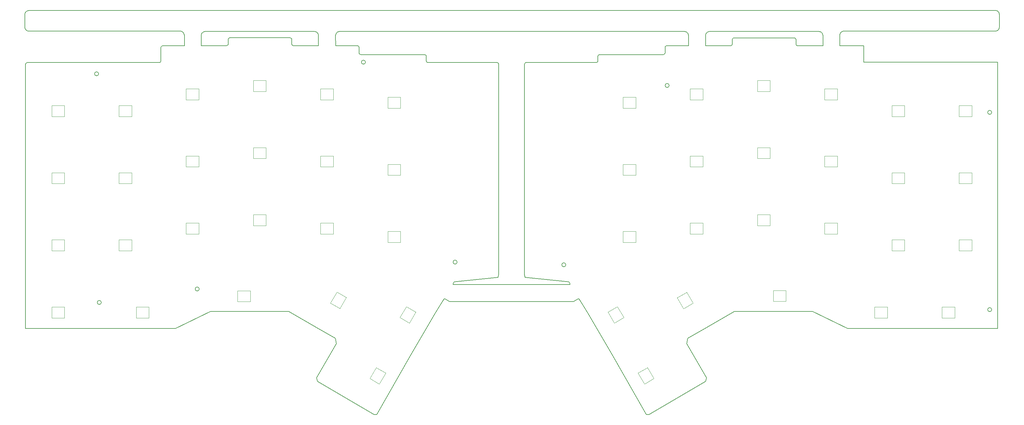
<source format=gbr>
%TF.GenerationSoftware,KiCad,Pcbnew,(5.1.6-0-10_14)*%
%TF.CreationDate,2020-09-29T12:55:32+02:00*%
%TF.ProjectId,corne-cherry,636f726e-652d-4636-9865-7272792e6b69,3.0*%
%TF.SameCoordinates,Original*%
%TF.FileFunction,Profile,NP*%
%FSLAX46Y46*%
G04 Gerber Fmt 4.6, Leading zero omitted, Abs format (unit mm)*
G04 Created by KiCad (PCBNEW (5.1.6-0-10_14)) date 2020-09-29 12:55:32*
%MOMM*%
%LPD*%
G01*
G04 APERTURE LIST*
%TA.AperFunction,Profile*%
%ADD10C,0.200000*%
%TD*%
%TA.AperFunction,Profile*%
%ADD11C,0.120000*%
%TD*%
G04 APERTURE END LIST*
D10*
X284040000Y-40894000D02*
G75*
G03*
X284040000Y-40894000I-576000J0D01*
G01*
X284040000Y-96774000D02*
G75*
G03*
X284040000Y-96774000I-576000J0D01*
G01*
X163644000Y-84074000D02*
G75*
G03*
X163644000Y-84074000I-576000J0D01*
G01*
X192854000Y-33274000D02*
G75*
G03*
X192854000Y-33274000I-576000J0D01*
G01*
X107002000Y-26670000D02*
G75*
G03*
X107002000Y-26670000I-576000J0D01*
G01*
X132910000Y-83312000D02*
G75*
G03*
X132910000Y-83312000I-576000J0D01*
G01*
X60012000Y-90932000D02*
G75*
G03*
X60012000Y-90932000I-576000J0D01*
G01*
X32326000Y-94742000D02*
G75*
G03*
X32326000Y-94742000I-576000J0D01*
G01*
X31564000Y-29972000D02*
G75*
G03*
X31564000Y-29972000I-576000J0D01*
G01*
X119634000Y-109982000D02*
X126746000Y-97790000D01*
X130810000Y-94488000D02*
X165862000Y-94488000D01*
X11436499Y-26770301D02*
X11428621Y-26778427D01*
X10928499Y-27278549D02*
X10922000Y-27432000D01*
X10928499Y-27278301D02*
X10928499Y-27278549D01*
X11428621Y-26778427D02*
X11211837Y-26827678D01*
X11211837Y-26827678D02*
X11042752Y-26960284D01*
X11042752Y-26960284D02*
X10944271Y-27153347D01*
X10944271Y-27153347D02*
X10928499Y-27278301D01*
X10922000Y-27432000D02*
X10922000Y-102108000D01*
X129286000Y-93726000D02*
X129540000Y-93726000D01*
X167386000Y-93726000D02*
X167132000Y-93726000D01*
X167132000Y-93726000D02*
X165862000Y-94488000D01*
X129540000Y-93726000D02*
X130810000Y-94488000D01*
X131826000Y-89662000D02*
X164846000Y-89662000D01*
X128778000Y-94488000D02*
X129286000Y-93726000D01*
X132080000Y-88900000D02*
X131826000Y-89408000D01*
X131826000Y-89408000D02*
X131826000Y-89662000D01*
X126746000Y-97790000D02*
X128778000Y-94488000D01*
X164846000Y-89408000D02*
X164846000Y-89662000D01*
X164592000Y-88900000D02*
X164846000Y-89408000D01*
X167894000Y-94488000D02*
X167386000Y-93726000D01*
X144629784Y-86742945D02*
X144526000Y-87630000D01*
X151955216Y-86750945D02*
X152146000Y-87630000D01*
X93218000Y-101854000D02*
X98552000Y-104902000D01*
X109474000Y-126492000D02*
X110236000Y-126492000D01*
X81788000Y-97282000D02*
X85344000Y-97282000D01*
X34544000Y-102108000D02*
X53086000Y-102108000D01*
X53340000Y-102108000D02*
X63246000Y-97282000D01*
X10922000Y-102108000D02*
X27432000Y-102108000D01*
X132080000Y-88900000D02*
X144526000Y-87630000D01*
X93218000Y-116078000D02*
X93472000Y-117094000D01*
X27432000Y-102108000D02*
X34544000Y-102108000D01*
X98806000Y-106426000D02*
X93218000Y-116078000D01*
X81026000Y-97282000D02*
X81788000Y-97282000D01*
X53086000Y-102108000D02*
X53340000Y-102108000D01*
X85344000Y-97282000D02*
X93218000Y-101854000D01*
X110236000Y-126492000D02*
X119634000Y-109982000D01*
X93472000Y-117094000D02*
X109474000Y-126492000D01*
X98552000Y-104902000D02*
X98806000Y-106426000D01*
X63246000Y-97282000D02*
X81026000Y-97282000D01*
X164592000Y-88900000D02*
X152146000Y-87630000D01*
X169926000Y-97790000D02*
X167894000Y-94488000D01*
X177038000Y-109982000D02*
X169926000Y-97790000D01*
X186436000Y-126492000D02*
X177038000Y-109982000D01*
X187198000Y-126492000D02*
X186436000Y-126492000D01*
X203200000Y-117094000D02*
X187198000Y-126492000D01*
X203454000Y-116078000D02*
X203200000Y-117094000D01*
X197866000Y-106426000D02*
X203454000Y-116078000D01*
X198120000Y-104902000D02*
X197866000Y-106426000D01*
X203454000Y-101854000D02*
X198120000Y-104902000D01*
X211328000Y-97282000D02*
X203454000Y-101854000D01*
X214884000Y-97282000D02*
X211328000Y-97282000D01*
X215646000Y-97282000D02*
X214884000Y-97282000D01*
X233426000Y-97282000D02*
X215646000Y-97282000D01*
X243332000Y-102108000D02*
X233426000Y-97282000D01*
X243586000Y-102108000D02*
X243332000Y-102108000D01*
X262128000Y-102108000D02*
X243586000Y-102108000D01*
X269240000Y-102108000D02*
X262128000Y-102108000D01*
X285750000Y-102108000D02*
X269240000Y-102108000D01*
X247904000Y-22028252D02*
X241077500Y-22028252D01*
X247904000Y-22098000D02*
X247904000Y-22028252D01*
X247904000Y-26670000D02*
X247904000Y-22098000D01*
X285750000Y-26924000D02*
X285750000Y-26670000D01*
X285750000Y-27432000D02*
X285750000Y-26924000D01*
X105188823Y-24017707D02*
X105188823Y-22519109D01*
X123690165Y-24518087D02*
X105689203Y-24518087D01*
X144629784Y-27268904D02*
X144580458Y-27052210D01*
X144580458Y-27052210D02*
X144447840Y-26883212D01*
X144447840Y-26883212D02*
X144254815Y-26784791D01*
X144254815Y-26784791D02*
X144129901Y-26769031D01*
X144629784Y-27268904D02*
X144629784Y-86742945D01*
X48689119Y-26768525D02*
X11436499Y-26770301D01*
X85689263Y-19768292D02*
X68689060Y-19768292D01*
X86189642Y-21518350D02*
X86189642Y-20268671D01*
X104688444Y-22018729D02*
X98567500Y-22018729D01*
X124188005Y-25018466D02*
X124190287Y-26270179D01*
X124190287Y-25020242D02*
X124141034Y-24803463D01*
X124141034Y-24803463D02*
X124008434Y-24634379D01*
X124008434Y-24634379D02*
X123815376Y-24535895D01*
X123815376Y-24535895D02*
X123690423Y-24520121D01*
X49189499Y-22519109D02*
X49189499Y-26268145D01*
X67688301Y-22018729D02*
X60577500Y-22018729D01*
X68190456Y-20270194D02*
X68188680Y-21518350D01*
X144129901Y-26769031D02*
X124690408Y-26770301D01*
X48690389Y-26770301D02*
X48907172Y-26721049D01*
X48907172Y-26721049D02*
X49076257Y-26588443D01*
X49076257Y-26588443D02*
X49174738Y-26395380D01*
X49174738Y-26395380D02*
X49190511Y-26270427D01*
X49190511Y-26270427D02*
X49190511Y-26270179D01*
X49690384Y-22020252D02*
X49473691Y-22069580D01*
X49473691Y-22069580D02*
X49304694Y-22202193D01*
X49304694Y-22202193D02*
X49206272Y-22395212D01*
X49206272Y-22395212D02*
X49190511Y-22520126D01*
X67690335Y-22020252D02*
X67907118Y-21971001D01*
X67907118Y-21971001D02*
X68076203Y-21838395D01*
X68076203Y-21838395D02*
X68174683Y-21645331D01*
X68174683Y-21645331D02*
X68190456Y-21520379D01*
X68190456Y-21520379D02*
X68190456Y-21520126D01*
X68690330Y-19770068D02*
X68473570Y-19819427D01*
X68473570Y-19819427D02*
X68304550Y-19952116D01*
X68304550Y-19952116D02*
X68206165Y-20145228D01*
X68206165Y-20145228D02*
X68190456Y-20270189D01*
X68190456Y-20270189D02*
X68190456Y-20270194D01*
X86190406Y-20270194D02*
X86141156Y-20053411D01*
X86141156Y-20053411D02*
X86008551Y-19884324D01*
X86008551Y-19884324D02*
X85815487Y-19785840D01*
X85815487Y-19785840D02*
X85690533Y-19770068D01*
X86190406Y-21520126D02*
X86239656Y-21736908D01*
X86239656Y-21736908D02*
X86372261Y-21905995D01*
X86372261Y-21905995D02*
X86565325Y-22004479D01*
X86565325Y-22004479D02*
X86690280Y-22020252D01*
X86690280Y-22020252D02*
X86690528Y-22020252D01*
X105190351Y-22520126D02*
X105141023Y-22303433D01*
X105141023Y-22303433D02*
X105008410Y-22134436D01*
X105008410Y-22134436D02*
X104815391Y-22036014D01*
X104815391Y-22036014D02*
X104690478Y-22020252D01*
X105190351Y-24020247D02*
X105239710Y-24237004D01*
X105239710Y-24237004D02*
X105372398Y-24406024D01*
X105372398Y-24406024D02*
X105565510Y-24504410D01*
X105565510Y-24504410D02*
X105690473Y-24520121D01*
X124190287Y-26270179D02*
X124239543Y-26486960D01*
X124239543Y-26486960D02*
X124372150Y-26656046D01*
X124372150Y-26656046D02*
X124565215Y-26754528D01*
X124565215Y-26754528D02*
X124690170Y-26770301D01*
X124690170Y-26770301D02*
X124690408Y-26770301D01*
X86690528Y-22020252D02*
X93727500Y-22020252D01*
X49690384Y-22020252D02*
X55817500Y-22020252D01*
X210204472Y-22028252D02*
X203167500Y-22028252D01*
X172204830Y-26778301D02*
X172204592Y-26778301D01*
X172704713Y-26278179D02*
X172655456Y-26494960D01*
X172655456Y-26494960D02*
X172522849Y-26664046D01*
X172522849Y-26664046D02*
X172329784Y-26762528D01*
X172329784Y-26762528D02*
X172204830Y-26778301D01*
X191704649Y-24028247D02*
X191655289Y-24245004D01*
X191655289Y-24245004D02*
X191522601Y-24414024D01*
X191522601Y-24414024D02*
X191329489Y-24512410D01*
X191329489Y-24512410D02*
X191204527Y-24528121D01*
X191704649Y-22528126D02*
X191753976Y-22311433D01*
X191753976Y-22311433D02*
X191886589Y-22142436D01*
X191886589Y-22142436D02*
X192079608Y-22044014D01*
X192079608Y-22044014D02*
X192204522Y-22028252D01*
X210204720Y-22028252D02*
X210204472Y-22028252D01*
X210704594Y-21528126D02*
X210655343Y-21744908D01*
X210655343Y-21744908D02*
X210522738Y-21913995D01*
X210522738Y-21913995D02*
X210329674Y-22012479D01*
X210329674Y-22012479D02*
X210204720Y-22028252D01*
X210704594Y-20278194D02*
X210753843Y-20061411D01*
X210753843Y-20061411D02*
X210886448Y-19892324D01*
X210886448Y-19892324D02*
X211079512Y-19793840D01*
X211079512Y-19793840D02*
X211204467Y-19778068D01*
X228704544Y-20278189D02*
X228704544Y-20278194D01*
X228204670Y-19778068D02*
X228421429Y-19827427D01*
X228421429Y-19827427D02*
X228590449Y-19960116D01*
X228590449Y-19960116D02*
X228688834Y-20153228D01*
X228688834Y-20153228D02*
X228704544Y-20278189D01*
X228704544Y-21528379D02*
X228704544Y-21528126D01*
X229204665Y-22028252D02*
X228987881Y-21979001D01*
X228987881Y-21979001D02*
X228818796Y-21846395D01*
X228818796Y-21846395D02*
X228720316Y-21653331D01*
X228720316Y-21653331D02*
X228704544Y-21528379D01*
X152455595Y-26776525D02*
X172204592Y-26778301D01*
X228706320Y-20276671D02*
X228706320Y-21526350D01*
X229206699Y-22026729D02*
X236317500Y-22026729D01*
X172704713Y-25028242D02*
X172753965Y-24811463D01*
X172753965Y-24811463D02*
X172886565Y-24642379D01*
X172886565Y-24642379D02*
X173079623Y-24543895D01*
X173079623Y-24543895D02*
X173204577Y-24528121D01*
X172706995Y-25026466D02*
X172704713Y-26278179D01*
X192206556Y-22026729D02*
X198327500Y-22026729D01*
X210705358Y-21526350D02*
X210705358Y-20276671D01*
X211205737Y-19776292D02*
X228205940Y-19776292D01*
X247904000Y-26670000D02*
X285750000Y-26671776D01*
X285750000Y-27432000D02*
X285751776Y-102108000D01*
X151955216Y-27276904D02*
X151955216Y-86750945D01*
X151954700Y-27278174D02*
X152004025Y-27061480D01*
X152004025Y-27061480D02*
X152136643Y-26892482D01*
X152136643Y-26892482D02*
X152329668Y-26794061D01*
X152329668Y-26794061D02*
X152454583Y-26778301D01*
X173204835Y-24526087D02*
X191205797Y-24526087D01*
X191706177Y-24025707D02*
X191706177Y-22527109D01*
X197983500Y-18306600D02*
X197811500Y-18166300D01*
X197811500Y-18166300D02*
X197615500Y-18062100D01*
X60562500Y-19125000D02*
X60577500Y-22018729D01*
X60584400Y-18901600D02*
X60562500Y-19125000D01*
X60648600Y-18689100D02*
X60584400Y-18901600D01*
X60752800Y-18493200D02*
X60648600Y-18689100D01*
X60893000Y-18321200D02*
X60752800Y-18493200D01*
X61064100Y-18179700D02*
X60893000Y-18321200D01*
X61259300Y-18074100D02*
X61064100Y-18179700D01*
X61471300Y-18008500D02*
X61259300Y-18074100D01*
X61694400Y-17985000D02*
X61471300Y-18008500D01*
X61700200Y-17985000D02*
X61694400Y-17985000D01*
X92572600Y-17985000D02*
X61700200Y-17985000D01*
X92795900Y-18006900D02*
X92572600Y-17985000D01*
X93008400Y-18071100D02*
X92795900Y-18006900D01*
X93204300Y-18175300D02*
X93008400Y-18071100D01*
X93376300Y-18315600D02*
X93204300Y-18175300D01*
X93517800Y-18486600D02*
X93376300Y-18315600D01*
X93623400Y-18681800D02*
X93517800Y-18486600D01*
X93689000Y-18893800D02*
X93623400Y-18681800D01*
X93712500Y-19116900D02*
X93689000Y-18893800D01*
X93712500Y-19122700D02*
X93712500Y-19116900D01*
X93727500Y-22020252D02*
X93712500Y-19122700D01*
X203170500Y-19116000D02*
X203167500Y-22028252D01*
X203191500Y-18892600D02*
X203170500Y-19116000D01*
X203256500Y-18680100D02*
X203191500Y-18892600D01*
X203360500Y-18484200D02*
X203256500Y-18680100D01*
X203500500Y-18312200D02*
X203360500Y-18484200D01*
X203671500Y-18170700D02*
X203500500Y-18312200D01*
X203866500Y-18065100D02*
X203671500Y-18170700D01*
X204078500Y-17999500D02*
X203866500Y-18065100D01*
X204301500Y-17976000D02*
X204078500Y-17999500D01*
X204307500Y-17976000D02*
X204301500Y-17976000D01*
X235180500Y-17976000D02*
X204307500Y-17976000D01*
X235403500Y-17997900D02*
X235180500Y-17976000D01*
X235615500Y-18062100D02*
X235403500Y-17997900D01*
X235811500Y-18166300D02*
X235615500Y-18062100D01*
X235983500Y-18306600D02*
X235811500Y-18166300D01*
X236125500Y-18477600D02*
X235983500Y-18306600D01*
X236230500Y-18672800D02*
X236125500Y-18477600D01*
X236296500Y-18884800D02*
X236230500Y-18672800D01*
X236319500Y-19107900D02*
X236296500Y-18884800D01*
X236319500Y-19113700D02*
X236319500Y-19107900D01*
X236317500Y-22026729D02*
X236319500Y-19113700D01*
X98562500Y-19125000D02*
X98567500Y-22018729D01*
X98584500Y-18901600D02*
X98562500Y-19125000D01*
X98648500Y-18689100D02*
X98584500Y-18901600D01*
X98752500Y-18493200D02*
X98648500Y-18689100D01*
X98893500Y-18321200D02*
X98752500Y-18493200D01*
X99064500Y-18179700D02*
X98893500Y-18321200D01*
X99259500Y-18074100D02*
X99064500Y-18179700D01*
X99471500Y-18008500D02*
X99259500Y-18074100D01*
X99694500Y-17985000D02*
X99471500Y-18008500D01*
X99700500Y-17985000D02*
X99694500Y-17985000D01*
X197180500Y-17976000D02*
X99700500Y-17985000D01*
X197403500Y-17997900D02*
X197180500Y-17976000D01*
X197615500Y-18062100D02*
X197403500Y-17997900D01*
X198125500Y-18477600D02*
X197983500Y-18306600D01*
X198230500Y-18672800D02*
X198125500Y-18477600D01*
X198296500Y-18884800D02*
X198230500Y-18672800D01*
X198319500Y-19107900D02*
X198296500Y-18884800D01*
X198319500Y-19113700D02*
X198319500Y-19107900D01*
X198327500Y-22026729D02*
X198319500Y-19113700D01*
X55812500Y-19120100D02*
X55817500Y-22020252D01*
X55812500Y-19120000D02*
X55812500Y-19120100D01*
X55812500Y-19114100D02*
X55812500Y-19120000D01*
X55812200Y-19111900D02*
X55812500Y-19114100D01*
X55812300Y-19109700D02*
X55812200Y-19111900D01*
X55812200Y-19109000D02*
X55812300Y-19109700D01*
X55788000Y-18878500D02*
X55812200Y-19109000D01*
X55787100Y-18874100D02*
X55788000Y-18878500D01*
X55786200Y-18869600D02*
X55787100Y-18874100D01*
X55786000Y-18869000D02*
X55786200Y-18869600D01*
X55717500Y-18647600D02*
X55786000Y-18869000D01*
X55715700Y-18643400D02*
X55717500Y-18647600D01*
X55714000Y-18639200D02*
X55715700Y-18643400D01*
X55713700Y-18638600D02*
X55714000Y-18639200D01*
X55713700Y-18638600D02*
X55713700Y-18638600D01*
X55713700Y-18638600D02*
X55713700Y-18638600D01*
X55603500Y-18434700D02*
X55713700Y-18638600D01*
X55600900Y-18430900D02*
X55603500Y-18434700D01*
X55598400Y-18427100D02*
X55600900Y-18430900D01*
X55598000Y-18426600D02*
X55598400Y-18427100D01*
X55450300Y-18248000D02*
X55598000Y-18426600D01*
X55447000Y-18244800D02*
X55450300Y-18248000D01*
X55443900Y-18241600D02*
X55447000Y-18244800D01*
X55443400Y-18241200D02*
X55443900Y-18241600D01*
X55263800Y-18094700D02*
X55443400Y-18241200D01*
X55260000Y-18092200D02*
X55263800Y-18094700D01*
X55256200Y-18089600D02*
X55260000Y-18092200D01*
X55255600Y-18089300D02*
X55256200Y-18089600D01*
X55255600Y-18089300D02*
X55255600Y-18089300D01*
X55255600Y-18089300D02*
X55255600Y-18089300D01*
X55051000Y-17980500D02*
X55255600Y-18089300D01*
X55046800Y-17978700D02*
X55051000Y-17980500D01*
X55042600Y-17977000D02*
X55046800Y-17978700D01*
X55042000Y-17976800D02*
X55042600Y-17977000D01*
X54820100Y-17909800D02*
X55042000Y-17976800D01*
X54815600Y-17908900D02*
X54820100Y-17909800D01*
X54811200Y-17907900D02*
X54815600Y-17908900D01*
X54810500Y-17907900D02*
X54811200Y-17907900D01*
X54810500Y-17907900D02*
X54810500Y-17907900D01*
X54810500Y-17907900D02*
X54810500Y-17907900D01*
X54579900Y-17885300D02*
X54810500Y-17907900D01*
X54579900Y-17885300D02*
X54579900Y-17885300D01*
X54577400Y-17885000D02*
X54579900Y-17885300D01*
X11827400Y-17885000D02*
X54577400Y-17885000D01*
X11604100Y-17863100D02*
X11827400Y-17885000D01*
X11391600Y-17799000D02*
X11604100Y-17863100D01*
X11195700Y-17694800D02*
X11391600Y-17799000D01*
X11023600Y-17554500D02*
X11195700Y-17694800D01*
X10882200Y-17383500D02*
X11023600Y-17554500D01*
X10776600Y-17188200D02*
X10882200Y-17383500D01*
X10711000Y-16976200D02*
X10776600Y-17188200D01*
X10687500Y-16753100D02*
X10711000Y-16976200D01*
X10687500Y-16747300D02*
X10687500Y-16753100D01*
X10687500Y-13187500D02*
X10687500Y-16747300D01*
X10709400Y-12964100D02*
X10687500Y-13187500D01*
X10773600Y-12751600D02*
X10709400Y-12964100D01*
X10877800Y-12555700D02*
X10773600Y-12751600D01*
X11018000Y-12383700D02*
X10877800Y-12555700D01*
X11189100Y-12242200D02*
X11018000Y-12383700D01*
X11384300Y-12136600D02*
X11189100Y-12242200D01*
X11596300Y-12071000D02*
X11384300Y-12136600D01*
X11819400Y-12047500D02*
X11596300Y-12071000D01*
X11825200Y-12047500D02*
X11819400Y-12047500D01*
X285055500Y-12038500D02*
X11825200Y-12047500D01*
X285278500Y-12060400D02*
X285055500Y-12038500D01*
X285490500Y-12124600D02*
X285278500Y-12060400D01*
X285686500Y-12228800D02*
X285490500Y-12124600D01*
X285858500Y-12369100D02*
X285686500Y-12228800D01*
X286000500Y-12540100D02*
X285858500Y-12369100D01*
X286105500Y-12735300D02*
X286000500Y-12540100D01*
X286171500Y-12947300D02*
X286105500Y-12735300D01*
X286194500Y-13170400D02*
X286171500Y-12947300D01*
X286194500Y-13176200D02*
X286194500Y-13170400D01*
X286195500Y-16736100D02*
X286194500Y-13176200D01*
X286173500Y-16959400D02*
X286195500Y-16736100D01*
X286108500Y-17171900D02*
X286173500Y-16959400D01*
X286004500Y-17367900D02*
X286108500Y-17171900D01*
X285864500Y-17539900D02*
X286004500Y-17367900D01*
X285693500Y-17681400D02*
X285864500Y-17539900D01*
X285498500Y-17786900D02*
X285693500Y-17681400D01*
X285286500Y-17852600D02*
X285498500Y-17786900D01*
X285063500Y-17876000D02*
X285286500Y-17852600D01*
X285057500Y-17876000D02*
X285063500Y-17876000D01*
X242305500Y-17876000D02*
X285057500Y-17876000D01*
X242304500Y-17876000D02*
X242305500Y-17876000D01*
X242299500Y-17876000D02*
X242304500Y-17876000D01*
X242296500Y-17876300D02*
X242299500Y-17876000D01*
X242294500Y-17876300D02*
X242296500Y-17876300D01*
X242293500Y-17876300D02*
X242294500Y-17876300D01*
X242063500Y-17900500D02*
X242293500Y-17876300D01*
X242059500Y-17901500D02*
X242063500Y-17900500D01*
X242054500Y-17902300D02*
X242059500Y-17901500D01*
X242053500Y-17902500D02*
X242054500Y-17902300D01*
X242053500Y-17902500D02*
X242053500Y-17902500D01*
X241832500Y-17971000D02*
X242053500Y-17902500D01*
X241828500Y-17972800D02*
X241832500Y-17971000D01*
X241824500Y-17974500D02*
X241828500Y-17972800D01*
X241823500Y-17974800D02*
X241824500Y-17974500D01*
X241823500Y-17974800D02*
X241823500Y-17974800D01*
X241823500Y-17974800D02*
X241823500Y-17974800D01*
X241619500Y-18085100D02*
X241823500Y-17974800D01*
X241615500Y-18087600D02*
X241619500Y-18085100D01*
X241612500Y-18090100D02*
X241615500Y-18087600D01*
X241611500Y-18090500D02*
X241612500Y-18090100D01*
X241433500Y-18238200D02*
X241611500Y-18090500D01*
X241429500Y-18241500D02*
X241433500Y-18238200D01*
X241426500Y-18244600D02*
X241429500Y-18241500D01*
X241426500Y-18245200D02*
X241426500Y-18244600D01*
X241279500Y-18424800D02*
X241426500Y-18245200D01*
X241277500Y-18428500D02*
X241279500Y-18424800D01*
X241274500Y-18432300D02*
X241277500Y-18428500D01*
X241274500Y-18432900D02*
X241274500Y-18432300D01*
X241274500Y-18432900D02*
X241274500Y-18432900D01*
X241274500Y-18432900D02*
X241274500Y-18432900D01*
X241165500Y-18637500D02*
X241274500Y-18432900D01*
X241163500Y-18641700D02*
X241165500Y-18637500D01*
X241161500Y-18645900D02*
X241163500Y-18641700D01*
X241161500Y-18646500D02*
X241161500Y-18645900D01*
X241094500Y-18868400D02*
X241161500Y-18646500D01*
X241093500Y-18872900D02*
X241094500Y-18868400D01*
X241092500Y-18877300D02*
X241093500Y-18872900D01*
X241092500Y-18878000D02*
X241092500Y-18877300D01*
X241092500Y-18878000D02*
X241092500Y-18878000D01*
X241092500Y-18878000D02*
X241092500Y-18878000D01*
X241070500Y-19108600D02*
X241092500Y-18878000D01*
X241069500Y-19111100D02*
X241070500Y-19108600D01*
X241077500Y-22028252D02*
X241069500Y-19111100D01*
D11*
%TO.C,LED52*%
X196921225Y-96492471D02*
X195121225Y-93374779D01*
X199605903Y-94942471D02*
X196921225Y-96492471D01*
X197805903Y-91824779D02*
X199605903Y-94942471D01*
X195121225Y-93374779D02*
X197805903Y-91824779D01*
%TO.C,LED59*%
X70844000Y-94514000D02*
X70844000Y-91414000D01*
X70844000Y-91414000D02*
X74444000Y-91414000D01*
X74444000Y-91414000D02*
X74444000Y-94514000D01*
X74444000Y-94514000D02*
X70844000Y-94514000D01*
%TO.C,LED56*%
X42183500Y-99130000D02*
X42183500Y-96030000D01*
X42183500Y-96030000D02*
X45783500Y-96030000D01*
X45783500Y-96030000D02*
X45783500Y-99130000D01*
X45783500Y-99130000D02*
X42183500Y-99130000D01*
%TO.C,LED58*%
X250931500Y-99130000D02*
X250931500Y-96030000D01*
X250931500Y-96030000D02*
X254531500Y-96030000D01*
X254531500Y-96030000D02*
X254531500Y-99130000D01*
X254531500Y-99130000D02*
X250931500Y-99130000D01*
%TO.C,LED57*%
X269981500Y-99130000D02*
X269981500Y-96030000D01*
X269981500Y-96030000D02*
X273581500Y-96030000D01*
X273581500Y-96030000D02*
X273581500Y-99130000D01*
X273581500Y-99130000D02*
X269981500Y-99130000D01*
%TO.C,LED55*%
X18307500Y-99130000D02*
X18307500Y-96030000D01*
X18307500Y-96030000D02*
X21907500Y-96030000D01*
X21907500Y-96030000D02*
X21907500Y-99130000D01*
X21907500Y-99130000D02*
X18307500Y-99130000D01*
%TO.C,LED26*%
X110904460Y-117841162D02*
X108219782Y-116291162D01*
X108219782Y-116291162D02*
X110019782Y-113173470D01*
X110019782Y-113173470D02*
X112704460Y-114723470D01*
X112704460Y-114723470D02*
X110904460Y-117841162D01*
%TO.C,LED7*%
X18307500Y-42080000D02*
X18307500Y-38980000D01*
X18307500Y-38980000D02*
X21907500Y-38980000D01*
X21907500Y-38980000D02*
X21907500Y-42080000D01*
X21907500Y-42080000D02*
X18307500Y-42080000D01*
%TO.C,LED8*%
X37307500Y-42080000D02*
X37307500Y-38980000D01*
X37307500Y-38980000D02*
X40907500Y-38980000D01*
X40907500Y-38980000D02*
X40907500Y-42080000D01*
X40907500Y-42080000D02*
X37307500Y-42080000D01*
%TO.C,LED9*%
X56307500Y-37330000D02*
X56307500Y-34230000D01*
X56307500Y-34230000D02*
X59907500Y-34230000D01*
X59907500Y-34230000D02*
X59907500Y-37330000D01*
X59907500Y-37330000D02*
X56307500Y-37330000D01*
%TO.C,LED10*%
X75307500Y-34955000D02*
X75307500Y-31855000D01*
X75307500Y-31855000D02*
X78907500Y-31855000D01*
X78907500Y-31855000D02*
X78907500Y-34955000D01*
X78907500Y-34955000D02*
X75307500Y-34955000D01*
%TO.C,LED11*%
X94307500Y-37330000D02*
X94307500Y-34230000D01*
X94307500Y-34230000D02*
X97907500Y-34230000D01*
X97907500Y-34230000D02*
X97907500Y-37330000D01*
X97907500Y-37330000D02*
X94307500Y-37330000D01*
%TO.C,LED12*%
X113307500Y-39705000D02*
X113307500Y-36605000D01*
X113307500Y-36605000D02*
X116907500Y-36605000D01*
X116907500Y-36605000D02*
X116907500Y-39705000D01*
X116907500Y-39705000D02*
X113307500Y-39705000D01*
%TO.C,LED13*%
X18307500Y-61080000D02*
X18307500Y-57980000D01*
X18307500Y-57980000D02*
X21907500Y-57980000D01*
X21907500Y-57980000D02*
X21907500Y-61080000D01*
X21907500Y-61080000D02*
X18307500Y-61080000D01*
%TO.C,LED14*%
X37307500Y-61080000D02*
X37307500Y-57980000D01*
X37307500Y-57980000D02*
X40907500Y-57980000D01*
X40907500Y-57980000D02*
X40907500Y-61080000D01*
X40907500Y-61080000D02*
X37307500Y-61080000D01*
%TO.C,LED15*%
X56307500Y-56330000D02*
X56307500Y-53230000D01*
X56307500Y-53230000D02*
X59907500Y-53230000D01*
X59907500Y-53230000D02*
X59907500Y-56330000D01*
X59907500Y-56330000D02*
X56307500Y-56330000D01*
%TO.C,LED16*%
X75307500Y-53955000D02*
X75307500Y-50855000D01*
X75307500Y-50855000D02*
X78907500Y-50855000D01*
X78907500Y-50855000D02*
X78907500Y-53955000D01*
X78907500Y-53955000D02*
X75307500Y-53955000D01*
%TO.C,LED17*%
X94307500Y-56330000D02*
X94307500Y-53230000D01*
X94307500Y-53230000D02*
X97907500Y-53230000D01*
X97907500Y-53230000D02*
X97907500Y-56330000D01*
X97907500Y-56330000D02*
X94307500Y-56330000D01*
%TO.C,LED18*%
X113307500Y-58705000D02*
X113307500Y-55605000D01*
X113307500Y-55605000D02*
X116907500Y-55605000D01*
X116907500Y-55605000D02*
X116907500Y-58705000D01*
X116907500Y-58705000D02*
X113307500Y-58705000D01*
%TO.C,LED19*%
X18307500Y-80080000D02*
X18307500Y-76980000D01*
X18307500Y-76980000D02*
X21907500Y-76980000D01*
X21907500Y-76980000D02*
X21907500Y-80080000D01*
X21907500Y-80080000D02*
X18307500Y-80080000D01*
%TO.C,LED20*%
X37307500Y-80080000D02*
X37307500Y-76980000D01*
X37307500Y-76980000D02*
X40907500Y-76980000D01*
X40907500Y-76980000D02*
X40907500Y-80080000D01*
X40907500Y-80080000D02*
X37307500Y-80080000D01*
%TO.C,LED21*%
X56307500Y-75330000D02*
X56307500Y-72230000D01*
X56307500Y-72230000D02*
X59907500Y-72230000D01*
X59907500Y-72230000D02*
X59907500Y-75330000D01*
X59907500Y-75330000D02*
X56307500Y-75330000D01*
%TO.C,LED22*%
X75307500Y-72955000D02*
X75307500Y-69855000D01*
X75307500Y-69855000D02*
X78907500Y-69855000D01*
X78907500Y-69855000D02*
X78907500Y-72955000D01*
X78907500Y-72955000D02*
X75307500Y-72955000D01*
%TO.C,LED24*%
X113307500Y-77705000D02*
X113307500Y-74605000D01*
X113307500Y-74605000D02*
X116907500Y-74605000D01*
X116907500Y-74605000D02*
X116907500Y-77705000D01*
X116907500Y-77705000D02*
X113307500Y-77705000D01*
%TO.C,LED25*%
X99799460Y-96454470D02*
X97114782Y-94904470D01*
X97114782Y-94904470D02*
X98914782Y-91786778D01*
X98914782Y-91786778D02*
X101599460Y-93336778D01*
X101599460Y-93336778D02*
X99799460Y-96454470D01*
%TO.C,LED27*%
X119438460Y-100562877D02*
X116753782Y-99012877D01*
X116753782Y-99012877D02*
X118553782Y-95895185D01*
X118553782Y-95895185D02*
X121238460Y-97445185D01*
X121238460Y-97445185D02*
X119438460Y-100562877D01*
%TO.C,LED43*%
X217807500Y-53955000D02*
X217807500Y-50855000D01*
X217807500Y-50855000D02*
X221407500Y-50855000D01*
X221407500Y-50855000D02*
X221407500Y-53955000D01*
X221407500Y-53955000D02*
X217807500Y-53955000D01*
%TO.C,LED44*%
X198807500Y-56330000D02*
X198807500Y-53230000D01*
X198807500Y-53230000D02*
X202407500Y-53230000D01*
X202407500Y-53230000D02*
X202407500Y-56330000D01*
X202407500Y-56330000D02*
X198807500Y-56330000D01*
%TO.C,LED45*%
X179807500Y-58705000D02*
X179807500Y-55605000D01*
X179807500Y-55605000D02*
X183407500Y-55605000D01*
X183407500Y-55605000D02*
X183407500Y-58705000D01*
X183407500Y-58705000D02*
X179807500Y-58705000D01*
%TO.C,LED46*%
X274807500Y-80080000D02*
X274807500Y-76980000D01*
X274807500Y-76980000D02*
X278407500Y-76980000D01*
X278407500Y-76980000D02*
X278407500Y-80080000D01*
X278407500Y-80080000D02*
X274807500Y-80080000D01*
%TO.C,LED47*%
X255807500Y-80080000D02*
X255807500Y-76980000D01*
X255807500Y-76980000D02*
X259407500Y-76980000D01*
X259407500Y-76980000D02*
X259407500Y-80080000D01*
X259407500Y-80080000D02*
X255807500Y-80080000D01*
%TO.C,LED48*%
X236807500Y-75330000D02*
X236807500Y-72230000D01*
X236807500Y-72230000D02*
X240407500Y-72230000D01*
X240407500Y-72230000D02*
X240407500Y-75330000D01*
X240407500Y-75330000D02*
X236807500Y-75330000D01*
%TO.C,LED49*%
X217807500Y-72955000D02*
X217807500Y-69855000D01*
X217807500Y-69855000D02*
X221407500Y-69855000D01*
X221407500Y-69855000D02*
X221407500Y-72955000D01*
X221407500Y-72955000D02*
X217807500Y-72955000D01*
%TO.C,LED50*%
X198807500Y-75330000D02*
X198807500Y-72230000D01*
X198807500Y-72230000D02*
X202407500Y-72230000D01*
X202407500Y-72230000D02*
X202407500Y-75330000D01*
X202407500Y-75330000D02*
X198807500Y-75330000D01*
%TO.C,LED51*%
X179807500Y-77705000D02*
X179807500Y-74605000D01*
X179807500Y-74605000D02*
X183407500Y-74605000D01*
X183407500Y-74605000D02*
X183407500Y-77705000D01*
X183407500Y-77705000D02*
X179807500Y-77705000D01*
%TO.C,LED60*%
X225877500Y-94447000D02*
X222277500Y-94447000D01*
X225877500Y-91347000D02*
X225877500Y-94447000D01*
X222277500Y-91347000D02*
X225877500Y-91347000D01*
X222277500Y-94447000D02*
X222277500Y-91347000D01*
%TO.C,LED53*%
X184057514Y-114723472D02*
X186742192Y-113173472D01*
X186742192Y-113173472D02*
X188542192Y-116291164D01*
X188542192Y-116291164D02*
X185857514Y-117841164D01*
X185857514Y-117841164D02*
X184057514Y-114723472D01*
%TO.C,LED54*%
X175548361Y-97445185D02*
X178233039Y-95895185D01*
X178233039Y-95895185D02*
X180033039Y-99012877D01*
X180033039Y-99012877D02*
X177348361Y-100562877D01*
X177348361Y-100562877D02*
X175548361Y-97445185D01*
%TO.C,LED23*%
X94307500Y-75330000D02*
X94307500Y-72230000D01*
X94307500Y-72230000D02*
X97907500Y-72230000D01*
X97907500Y-72230000D02*
X97907500Y-75330000D01*
X97907500Y-75330000D02*
X94307500Y-75330000D01*
%TO.C,LED34*%
X274807500Y-42080000D02*
X274807500Y-38980000D01*
X274807500Y-38980000D02*
X278407500Y-38980000D01*
X278407500Y-38980000D02*
X278407500Y-42080000D01*
X278407500Y-42080000D02*
X274807500Y-42080000D01*
%TO.C,LED35*%
X255807500Y-42080000D02*
X255807500Y-38980000D01*
X255807500Y-38980000D02*
X259407500Y-38980000D01*
X259407500Y-38980000D02*
X259407500Y-42080000D01*
X259407500Y-42080000D02*
X255807500Y-42080000D01*
%TO.C,LED36*%
X236807500Y-37330000D02*
X236807500Y-34230000D01*
X236807500Y-34230000D02*
X240407500Y-34230000D01*
X240407500Y-34230000D02*
X240407500Y-37330000D01*
X240407500Y-37330000D02*
X236807500Y-37330000D01*
%TO.C,LED37*%
X217807500Y-34955000D02*
X217807500Y-31855000D01*
X217807500Y-31855000D02*
X221407500Y-31855000D01*
X221407500Y-31855000D02*
X221407500Y-34955000D01*
X221407500Y-34955000D02*
X217807500Y-34955000D01*
%TO.C,LED38*%
X198807500Y-37330000D02*
X198807500Y-34230000D01*
X198807500Y-34230000D02*
X202407500Y-34230000D01*
X202407500Y-34230000D02*
X202407500Y-37330000D01*
X202407500Y-37330000D02*
X198807500Y-37330000D01*
%TO.C,LED39*%
X179807500Y-39705000D02*
X179807500Y-36605000D01*
X179807500Y-36605000D02*
X183407500Y-36605000D01*
X183407500Y-36605000D02*
X183407500Y-39705000D01*
X183407500Y-39705000D02*
X179807500Y-39705000D01*
%TO.C,LED40*%
X274807500Y-61080000D02*
X274807500Y-57980000D01*
X274807500Y-57980000D02*
X278407500Y-57980000D01*
X278407500Y-57980000D02*
X278407500Y-61080000D01*
X278407500Y-61080000D02*
X274807500Y-61080000D01*
%TO.C,LED41*%
X255807500Y-61080000D02*
X255807500Y-57980000D01*
X255807500Y-57980000D02*
X259407500Y-57980000D01*
X259407500Y-57980000D02*
X259407500Y-61080000D01*
X259407500Y-61080000D02*
X255807500Y-61080000D01*
%TO.C,LED42*%
X236807500Y-56330000D02*
X236807500Y-53230000D01*
X236807500Y-53230000D02*
X240407500Y-53230000D01*
X240407500Y-53230000D02*
X240407500Y-56330000D01*
X240407500Y-56330000D02*
X236807500Y-56330000D01*
%TD*%
M02*

</source>
